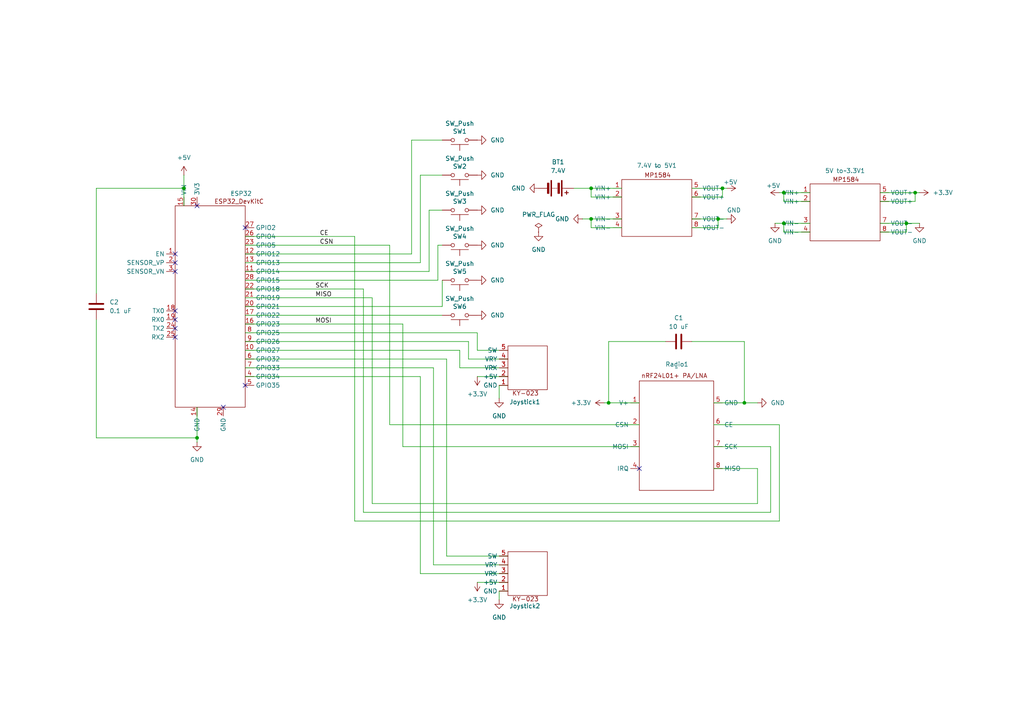
<source format=kicad_sch>
(kicad_sch (version 20250114) (generator "eeschema") (generator_version "9.0")
  (paper "A4")
  (lib_symbols
    (symbol "Device:Battery" (pin_numbers (hide yes)) (pin_names (offset 0) (hide yes))
      (property "Reference" "BT" (at 2.54 2.54 0))
      (property "Value" "Battery" (at 2.54 0 0))
      (symbol "Battery_0_1"
        (rectangle (start -2.286 1.778) (end 2.286 1.524) (fill (type outline)))
        (rectangle (start -2.286 -1.27) (end 2.286 -1.524) (fill (type outline)))
        (rectangle (start -1.524 1.016) (end 1.524 0.508) (fill (type outline)))
        (rectangle (start -1.524 -2.032) (end 1.524 -2.54) (fill (type outline)))
        (polyline (pts (xy 0 1.778) (xy 0 2.54)))
        (polyline (pts (xy 0 0) (xy 0 0.254)))
        (polyline (pts (xy 0 -0.508) (xy 0 -0.254)))
        (polyline (pts (xy 0 -1.016) (xy 0 -0.762)))
        (polyline (pts (xy 0.762 3.048) (xy 1.778 3.048)) (stroke (width 0.254)))
        (polyline (pts (xy 1.27 3.556) (xy 1.27 2.54)) (stroke (width 0.254)))
      )
      (symbol "Battery_1_1"
        (pin power_out line (at 0 5.08 270) (length 2.54) (name "+") (number "1"))
        (pin passive line (at 0 -5.08 90) (length 2.54) (name "-") (number "2"))
      )
    )
    (symbol "Device:C" (pin_numbers (hide yes)) (pin_names (offset 0.254))
      (property "Reference" "C" (at 0.635 2.54 0))
      (property "Value" "C" (at 0.635 -2.54 0))
      (symbol "C_0_1"
        (polyline (pts (xy -2.032 0.762) (xy 2.032 0.762)) (stroke (width 0.508)))
        (polyline (pts (xy -2.032 -0.762) (xy 2.032 -0.762)) (stroke (width 0.508)))
      )
      (symbol "C_1_1"
        (pin passive line (at 0 3.81 270) (length 2.794) (name "~") (number "1"))
        (pin passive line (at 0 -3.81 90) (length 2.794) (name "~") (number "2"))
      )
    )
    (symbol "RF_Controller:ESP32_DevKitC_30"
      (property "Reference" "U" (at -10.16 -1.778 0))
      (symbol "ESP32_DevKitC_30_0_1"
        (rectangle (start -8.89 -2.54) (end 11.43 -60.96))
      )
      (symbol "ESP32_DevKitC_30_1_1"
        (text "ESP32_DevKitC" (at 9.652 -1.27 0) (effects (font (size 1.27 1.27))))
        (pin input line (at -8.89 -16.51 180) (length 2.54) (name "EN") (number "1"))
        (pin input line (at -8.89 -19.05 180) (length 2.54) (name "SENSOR_VP") (number "2"))
        (pin input line (at -8.89 -21.59 180) (length 2.54) (name "SENSOR_VN") (number "3"))
        (pin bidirectional line (at -8.89 -33.02 180) (length 2.54) (name "TX0") (number "18"))
        (pin bidirectional line (at -8.89 -35.56 180) (length 2.54) (name "RX0") (number "19"))
        (pin bidirectional line (at -8.89 -38.1 180) (length 2.54) (name "TX2") (number "24"))
        (pin bidirectional line (at -8.89 -40.64 180) (length 2.54) (name "RX2") (number "25"))
        (pin power_in line (at -6.35 -2.54 90) (length 2.54) (name "VIN") (number "15"))
        (pin power_in line (at -2.54 -2.54 90) (length 2.54) (name "3V3") (number "30"))
        (pin power_in line (at -2.54 -60.96 270) (length 2.54) (name "GND") (number "14"))
        (pin power_in line (at 5.08 -60.96 270) (length 2.54) (name "GND") (number "29"))
        (pin bidirectional line (at 11.43 -8.89 0) (length 2.54) (name "GPIO2") (number "27"))
        (pin bidirectional line (at 11.43 -11.43 0) (length 2.54) (name "GPIO4") (number "26"))
        (pin bidirectional line (at 11.43 -13.97 0) (length 2.54) (name "GPIO5") (number "23"))
        (pin bidirectional line (at 11.43 -16.51 0) (length 2.54) (name "GPIO12") (number "12"))
        (pin bidirectional line (at 11.43 -19.05 0) (length 2.54) (name "GPIO13") (number "13"))
        (pin bidirectional line (at 11.43 -21.59 0) (length 2.54) (name "GPIO14") (number "11"))
        (pin bidirectional line (at 11.43 -24.13 0) (length 2.54) (name "GPIO15") (number "28"))
        (pin bidirectional line (at 11.43 -26.67 0) (length 2.54) (name "GPIO18") (number "22"))
        (pin bidirectional line (at 11.43 -29.21 0) (length 2.54) (name "GPIO19") (number "21"))
        (pin bidirectional line (at 11.43 -31.75 0) (length 2.54) (name "GPIO21") (number "20"))
        (pin bidirectional line (at 11.43 -34.29 0) (length 2.54) (name "GPIO22") (number "17"))
        (pin bidirectional line (at 11.43 -36.83 0) (length 2.54) (name "GPIO23") (number "16"))
        (pin bidirectional line (at 11.43 -39.37 0) (length 2.54) (name "GPIO25") (number "8"))
        (pin bidirectional line (at 11.43 -41.91 0) (length 2.54) (name "GPIO26") (number "9"))
        (pin bidirectional line (at 11.43 -44.45 0) (length 2.54) (name "GPIO27") (number "10"))
        (pin bidirectional line (at 11.43 -46.99 0) (length 2.54) (name "GPIO32") (number "6"))
        (pin bidirectional line (at 11.43 -49.53 0) (length 2.54) (name "GPIO33") (number "7"))
        (pin input line (at 11.43 -52.07 0) (length 2.54) (name "GPIO34") (number "4"))
        (pin input line (at 11.43 -54.61 0) (length 2.54) (name "GPIO35") (number "5"))
      )
    )
    (symbol "RF_Controller:KY-023_Module"
      (property "Reference" "U" (at 0 1.778 0))
      (symbol "KY-023_Module_0_1"
        (rectangle (start -6.35 -1.27) (end 5.08 -13.97))
      )
      (symbol "KY-023_Module_1_1"
        (text "KY-023" (at 0 -0.254 0) (effects (font (size 1.27 1.27))))
        (pin power_in line (at 5.08 -2.54 0) (length 2.54) (name "GND") (number "1"))
        (pin power_in line (at 5.08 -5.08 0) (length 2.54) (name "+5V") (number "2"))
        (pin output line (at 5.08 -7.62 0) (length 2.54) (name "VRX") (number "3"))
        (pin output line (at 5.08 -10.16 0) (length 2.54) (name "VRY") (number "4"))
        (pin output line (at 5.08 -12.7 0) (length 2.54) (name "SW") (number "5"))
      )
    )
    (symbol "RF_Controller:MP1584_Module"
      (property "Reference" "U" (at 0 2.032 0))
      (symbol "MP1584_Module_0_1"
        (rectangle (start -10.16 -1.27) (end 10.16 -17.78))
      )
      (symbol "MP1584_Module_1_1"
        (text "MP1584" (at 0.254 0 0) (effects (font (size 1.27 1.27))))
        (pin power_in line (at -10.16 -3.81 180) (length 2.54) (name "VIN+") (number "1"))
        (pin passive line (at -10.16 -6.35 180) (length 2.54) (name "VIN+") (number "2"))
        (pin power_in line (at -10.16 -12.7 180) (length 2.54) (name "VIN-") (number "3"))
        (pin passive line (at -10.16 -15.24 180) (length 2.54) (name "VIN-") (number "4"))
        (pin power_out line (at 10.16 -3.81 0) (length 2.54) (name "VOUT+") (number "5"))
        (pin passive line (at 10.16 -6.35 0) (length 2.54) (name "VOUT+") (number "6"))
        (pin passive line (at 10.16 -12.7 0) (length 2.54) (name "VOUT-") (number "7"))
        (pin passive line (at 10.16 -15.24 0) (length 2.54) (name "VOUT-") (number "8"))
      )
    )
    (symbol "RF_Controller:NRF24L01_PA_LNA"
      (property "Reference" "U" (at 0 2.794 0))
      (symbol "NRF24L01_PA_LNA_0_1"
        (rectangle (start -10.16 -1.27) (end 11.43 -33.02))
      )
      (symbol "NRF24L01_PA_LNA_1_1"
        (text "nRF24L01+ PA/LNA" (at 0 0.254 0) (effects (font (size 1.27 1.27))))
        (pin power_in line (at -10.16 -7.62 180) (length 2.54) (name "V+") (number "1"))
        (pin input line (at -10.16 -13.97 180) (length 2.54) (name "CSN") (number "2"))
        (pin input line (at -10.16 -20.32 180) (length 2.54) (name "MOSI") (number "3"))
        (pin output line (at -10.16 -26.67 180) (length 2.54) (name "IRQ") (number "4"))
        (pin power_in line (at 11.43 -7.62 0) (length 2.54) (name "GND") (number "5"))
        (pin input line (at 11.43 -13.97 0) (length 2.54) (name "CE") (number "6"))
        (pin input line (at 11.43 -20.32 0) (length 2.54) (name "SCK") (number "7"))
        (pin output line (at 11.43 -26.67 0) (length 2.54) (name "MISO") (number "8"))
      )
    )
    (symbol "Switch:SW_Push" (pin_numbers (hide yes)) (pin_names (offset 1.016) (hide yes))
      (property "Reference" "SW" (at 1.27 2.54 0))
      (property "Value" "SW_Push" (at 0 -1.524 0))
      (symbol "SW_Push_0_1"
        (circle (center -2.032 0) (radius 0.508))
        (polyline (pts (xy 0 1.27) (xy 0 3.048)))
        (circle (center 2.032 0) (radius 0.508))
        (polyline (pts (xy 2.54 1.27) (xy -2.54 1.27)))
        (pin passive line (at -5.08 0 0) (length 2.54) (name "1") (number "1"))
        (pin passive line (at 5.08 0 180) (length 2.54) (name "2") (number "2"))
      )
    )
    (symbol "power:+3.3V" (power) (pin_numbers (hide yes)) (pin_names (offset 0) (hide yes))
      (property "Value" "+3.3V" (at 0 3.556 0))
      (symbol "+3.3V_0_1"
        (polyline (pts (xy -0.762 1.27) (xy 0 2.54)))
        (polyline (pts (xy 0 2.54) (xy 0.762 1.27)))
        (polyline (pts (xy 0 0) (xy 0 2.54)))
      )
      (symbol "+3.3V_1_1"
        (pin power_in line (at 0 0 90) (length 0) (name "~") (number "1"))
      )
    )
    (symbol "power:+5V" (power) (pin_numbers (hide yes)) (pin_names (offset 0) (hide yes))
      (property "Value" "+5V" (at 0 3.556 0))
      (symbol "+5V_0_1"
        (polyline (pts (xy -0.762 1.27) (xy 0 2.54)))
        (polyline (pts (xy 0 2.54) (xy 0.762 1.27)))
        (polyline (pts (xy 0 0) (xy 0 2.54)))
      )
      (symbol "+5V_1_1"
        (pin power_in line (at 0 0 90) (length 0) (name "~") (number "1"))
      )
    )
    (symbol "power:GND" (power) (pin_numbers (hide yes)) (pin_names (offset 0) (hide yes))
      (property "Value" "GND" (at 0 -3.81 0))
      (symbol "GND_0_1"
        (polyline (pts (xy 0 0) (xy 0 -1.27) (xy 1.27 -1.27) (xy 0 -2.54) (xy -1.27 -1.27) (xy 0 -1.27)))
      )
      (symbol "GND_1_1"
        (pin power_in line (at 0 0 270) (length 0) (name "~") (number "1"))
      )
    )
    (symbol "power:PWR_FLAG" (power) (pin_numbers (hide yes)) (pin_names (offset 0) (hide yes))
      (property "Value" "PWR_FLAG" (at 0 3.81 0))
      (symbol "PWR_FLAG_0_0"
        (pin power_out line (at 0 0 90) (length 0) (name "~") (number "1"))
      )
      (symbol "PWR_FLAG_0_1"
        (polyline (pts (xy 0 0) (xy 0 1.27) (xy -1.016 1.905) (xy 0 2.54) (xy 1.016 1.905) (xy 0 1.27)))
      )
    )
  )
  (junction (at 171.45 63.5))
  (junction (at 209.55 54.61))
  (junction (at 215.9 116.84))
  (junction (at 53.34 54.61))
  (junction (at 176.53 116.84))
  (junction (at 171.45 54.61))
  (junction (at 208.28 63.5))
  (junction (at 262.89 64.77))
  (junction (at 57.15 127))
  (junction (at 227.33 55.88))
  (junction (at 227.33 64.77))
  (junction (at 265.43 55.88))
  (no_connect (at 50.8 73.66))
  (no_connect (at 50.8 97.79))
  (no_connect (at 71.12 111.76))
  (no_connect (at 50.8 92.71))
  (no_connect (at 50.8 90.17))
  (no_connect (at 71.12 66.04))
  (no_connect (at 57.15 59.69))
  (no_connect (at 64.77 118.11))
  (no_connect (at 50.8 78.74))
  (no_connect (at 185.42 135.89))
  (no_connect (at 50.8 95.25))
  (no_connect (at 50.8 76.2))
  (wire (pts (xy 265.43 55.88) (xy 265.43 58.42)))
  (wire (pts (xy 208.28 63.5) (xy 208.28 66.04)))
  (wire (pts (xy 71.12 81.28) (xy 127 81.28)))
  (wire (pts (xy 209.55 57.15) (xy 200.66 57.15)))
  (wire (pts (xy 102.87 151.13) (xy 226.06 151.13)))
  (wire (pts (xy 219.71 146.05) (xy 107.95 146.05)))
  (wire (pts (xy 57.15 118.11) (xy 57.15 127)))
  (wire (pts (xy 227.33 55.88) (xy 234.95 55.88)))
  (wire (pts (xy 53.34 50.8) (xy 53.34 54.61)))
  (wire (pts (xy 71.12 101.6) (xy 133.35 101.6)))
  (wire (pts (xy 144.78 171.45) (xy 144.78 173.99)))
  (wire (pts (xy 71.12 71.12) (xy 113.03 71.12)))
  (wire (pts (xy 127 81.28) (xy 127 71.12)))
  (wire (pts (xy 207.01 116.84) (xy 215.9 116.84)))
  (wire (pts (xy 209.55 54.61) (xy 209.55 57.15)))
  (wire (pts (xy 53.34 54.61) (xy 53.34 59.69)))
  (wire (pts (xy 121.92 76.2) (xy 121.92 50.8)))
  (wire (pts (xy 71.12 73.66) (xy 119.38 73.66)))
  (wire (pts (xy 171.45 54.61) (xy 171.45 57.15)))
  (wire (pts (xy 176.53 116.84) (xy 185.42 116.84)))
  (wire (pts (xy 265.43 55.88) (xy 266.7 55.88)))
  (wire (pts (xy 226.06 151.13) (xy 226.06 123.19)))
  (wire (pts (xy 175.26 116.84) (xy 176.53 116.84)))
  (wire (pts (xy 116.84 129.54) (xy 185.42 129.54)))
  (wire (pts (xy 227.33 55.88) (xy 227.33 58.42)))
  (wire (pts (xy 71.12 106.68) (xy 125.73 106.68)))
  (wire (pts (xy 227.33 64.77) (xy 227.33 67.31)))
  (wire (pts (xy 124.46 60.96) (xy 128.27 60.96)))
  (wire (pts (xy 171.45 57.15) (xy 180.34 57.15)))
  (wire (pts (xy 71.12 76.2) (xy 121.92 76.2)))
  (wire (pts (xy 27.94 85.09) (xy 27.94 54.61)))
  (wire (pts (xy 227.33 64.77) (xy 234.95 64.77)))
  (wire (pts (xy 227.33 58.42) (xy 234.95 58.42)))
  (wire (pts (xy 138.43 101.6) (xy 138.43 96.52)))
  (wire (pts (xy 147.32 104.14) (xy 135.89 104.14)))
  (wire (pts (xy 125.73 163.83) (xy 125.73 106.68)))
  (wire (pts (xy 224.79 64.77) (xy 227.33 64.77)))
  (wire (pts (xy 107.95 146.05) (xy 107.95 86.36)))
  (wire (pts (xy 121.92 166.37) (xy 147.32 166.37)))
  (wire (pts (xy 255.27 64.77) (xy 262.89 64.77)))
  (wire (pts (xy 119.38 40.64) (xy 128.27 40.64)))
  (wire (pts (xy 119.38 73.66) (xy 119.38 40.64)))
  (wire (pts (xy 71.12 99.06) (xy 135.89 99.06)))
  (wire (pts (xy 71.12 83.82) (xy 105.41 83.82)))
  (wire (pts (xy 207.01 123.19) (xy 226.06 123.19)))
  (wire (pts (xy 116.84 129.54) (xy 116.84 93.98)))
  (wire (pts (xy 171.45 63.5) (xy 180.34 63.5)))
  (wire (pts (xy 71.12 96.52) (xy 138.43 96.52)))
  (wire (pts (xy 113.03 123.19) (xy 185.42 123.19)))
  (wire (pts (xy 128.27 88.9) (xy 128.27 81.28)))
  (wire (pts (xy 147.32 171.45) (xy 144.78 171.45)))
  (wire (pts (xy 102.87 68.58) (xy 102.87 151.13)))
  (wire (pts (xy 147.32 111.76) (xy 144.78 111.76)))
  (wire (pts (xy 27.94 54.61) (xy 53.34 54.61)))
  (wire (pts (xy 208.28 66.04) (xy 200.66 66.04)))
  (wire (pts (xy 27.94 127) (xy 27.94 92.71)))
  (wire (pts (xy 168.91 63.5) (xy 171.45 63.5)))
  (wire (pts (xy 208.28 63.5) (xy 210.82 63.5)))
  (wire (pts (xy 147.32 163.83) (xy 125.73 163.83)))
  (wire (pts (xy 57.15 127) (xy 27.94 127)))
  (wire (pts (xy 129.54 161.29) (xy 129.54 104.14)))
  (wire (pts (xy 226.06 55.88) (xy 227.33 55.88)))
  (wire (pts (xy 57.15 127) (xy 57.15 128.27)))
  (wire (pts (xy 171.45 54.61) (xy 180.34 54.61)))
  (wire (pts (xy 133.35 106.68) (xy 133.35 101.6)))
  (wire (pts (xy 223.52 129.54) (xy 223.52 148.59)))
  (wire (pts (xy 71.12 88.9) (xy 128.27 88.9)))
  (wire (pts (xy 71.12 93.98) (xy 116.84 93.98)))
  (wire (pts (xy 147.32 101.6) (xy 138.43 101.6)))
  (wire (pts (xy 223.52 148.59) (xy 105.41 148.59)))
  (wire (pts (xy 71.12 109.22) (xy 121.92 109.22)))
  (wire (pts (xy 227.33 67.31) (xy 234.95 67.31)))
  (wire (pts (xy 135.89 104.14) (xy 135.89 99.06)))
  (wire (pts (xy 144.78 111.76) (xy 144.78 115.57)))
  (wire (pts (xy 138.43 109.22) (xy 147.32 109.22)))
  (wire (pts (xy 215.9 99.06) (xy 215.9 116.84)))
  (wire (pts (xy 219.71 135.89) (xy 219.71 146.05)))
  (wire (pts (xy 147.32 106.68) (xy 133.35 106.68)))
  (wire (pts (xy 121.92 109.22) (xy 121.92 166.37)))
  (wire (pts (xy 138.43 168.91) (xy 147.32 168.91)))
  (wire (pts (xy 265.43 58.42) (xy 255.27 58.42)))
  (wire (pts (xy 207.01 129.54) (xy 223.52 129.54)))
  (wire (pts (xy 127 71.12) (xy 128.27 71.12)))
  (wire (pts (xy 71.12 68.58) (xy 102.87 68.58)))
  (wire (pts (xy 71.12 91.44) (xy 128.27 91.44)))
  (wire (pts (xy 71.12 86.36) (xy 107.95 86.36)))
  (wire (pts (xy 105.41 148.59) (xy 105.41 83.82)))
  (wire (pts (xy 262.89 64.77) (xy 266.7 64.77)))
  (wire (pts (xy 200.66 99.06) (xy 215.9 99.06)))
  (wire (pts (xy 171.45 66.04) (xy 180.34 66.04)))
  (wire (pts (xy 215.9 116.84) (xy 219.71 116.84)))
  (wire (pts (xy 71.12 78.74) (xy 124.46 78.74)))
  (wire (pts (xy 209.55 54.61) (xy 210.82 54.61)))
  (wire (pts (xy 176.53 99.06) (xy 193.04 99.06)))
  (wire (pts (xy 200.66 63.5) (xy 208.28 63.5)))
  (wire (pts (xy 113.03 123.19) (xy 113.03 71.12)))
  (wire (pts (xy 262.89 64.77) (xy 262.89 67.31)))
  (wire (pts (xy 121.92 50.8) (xy 128.27 50.8)))
  (wire (pts (xy 262.89 67.31) (xy 255.27 67.31)))
  (wire (pts (xy 166.37 54.61) (xy 171.45 54.61)))
  (wire (pts (xy 176.53 116.84) (xy 176.53 99.06)))
  (wire (pts (xy 200.66 54.61) (xy 209.55 54.61)))
  (wire (pts (xy 147.32 161.29) (xy 129.54 161.29)))
  (wire (pts (xy 71.12 104.14) (xy 129.54 104.14)))
  (wire (pts (xy 171.45 63.5) (xy 171.45 66.04)))
  (wire (pts (xy 124.46 78.74) (xy 124.46 60.96)))
  (wire (pts (xy 255.27 55.88) (xy 265.43 55.88)))
  (wire (pts (xy 207.01 135.89) (xy 219.71 135.89)))
  (label "SCK" (at 91.44 83.82 0))
  (label "MOSI" (at 91.44 93.98 0))
  (label "CSN" (at 92.71 71.12 0))
  (label "CE" (at 92.71 68.58 0))
  (label "MISO" (at 91.44 86.36 0))
  (symbol (lib_id "power:GND") (at 144.78 115.57 0) (unit 1)
    (property "Reference" "#PWR010" (effects (hide yes)))
    (property "Value" "GND" (at 144.78 120.65 0))
    (property "Description" "Power symbol creates a global label with name \"GND\" , ground" (effects (hide yes)))
  )
  (symbol (lib_id "Device:C") (at 27.94 88.9 0) (unit 1)
    (property "Reference" "C2" (at 31.75 87.6299 0) (effects (justify left)))
    (property "Value" "0.1 uF" (at 31.75 90.1699 0) (effects (justify left)))
    (property "Footprint" "Capacitor_THT:C_Disc_D4.3mm_W1.9mm_P5.00mm" (effects (hide yes)))
    (property "Description" "Unpolarized capacitor" (effects (hide yes)))
  )
  (symbol (lib_id "RF_Controller:NRF24L01_PA_LNA") (at 195.58 109.22 0) (unit 1)
    (property "Reference" "Radio1" (at 196.342 105.664 0))
    (property "Value" "~" (at 196.215 106.68 0))
    (property "Footprint" "RF_Controller:NRF24L01_PA_LNA" (effects (hide yes)))
  )
  (symbol (lib_id "power:PWR_FLAG") (at 156.21 67.31 0) (unit 1)
    (property "Reference" "#FLG01" (effects (hide yes)))
    (property "Value" "PWR_FLAG" (at 156.21 62.23 0))
    (property "Description" "Special symbol for telling ERC where power comes from" (effects (hide yes)))
  )
  (symbol (lib_id "power:GND") (at 138.43 50.8 90) (unit 1)
    (property "Reference" "#PWR015" (effects (hide yes)))
    (property "Value" "GND" (at 142.24 50.8001 90) (effects (justify right)))
    (property "Description" "Power symbol creates a global label with name \"GND\" , ground" (effects (hide yes)))
  )
  (symbol (lib_id "power:+5V") (at 210.82 54.61 270) (unit 1)
    (property "Reference" "#PWR01" (effects (hide yes)))
    (property "Value" "+5V" (at 209.804 52.832 90) (effects (justify left)))
    (property "Description" "Power symbol creates a global label with name \"+5V\"" (effects (hide yes)))
  )
  (symbol (lib_id "Device:Battery") (at 161.29 54.61 270) (unit 1)
    (property "Reference" "BT1" (at 161.8615 46.99 90))
    (property "Value" "7.4V" (at 161.8615 49.53 90))
    (property "Footprint" "RF_Controller:Deans_Connector" (effects (hide yes)))
    (property "Description" "Multiple-cell battery" (effects (hide yes)))
  )
  (symbol (lib_id "power:GND") (at 266.7 64.77 0) (unit 1)
    (property "Reference" "#PWR02" (effects (hide yes)))
    (property "Value" "GND" (at 266.7 69.85 0))
    (property "Description" "Power symbol creates a global label with name \"GND\" , ground" (effects (hide yes)))
  )
  (symbol (lib_id "power:GND") (at 224.79 64.77 0) (unit 1)
    (property "Reference" "#PWR022" (effects (hide yes)))
    (property "Value" "GND" (at 224.79 69.85 0))
    (property "Description" "Power symbol creates a global label with name \"GND\" , ground" (effects (hide yes)))
  )
  (symbol (lib_id "power:GND") (at 57.15 128.27 0) (unit 1)
    (property "Reference" "#PWR04" (effects (hide yes)))
    (property "Value" "GND" (at 57.15 133.35 0))
    (property "Description" "Power symbol creates a global label with name \"GND\" , ground" (effects (hide yes)))
  )
  (symbol (lib_id "power:+3.3V") (at 175.26 116.84 90) (unit 1)
    (property "Reference" "#PWR017" (effects (hide yes)))
    (property "Value" "+3.3V" (at 171.45 116.8399 90) (effects (justify left)))
    (property "Description" "Power symbol creates a global label with name \"+3.3V\"" (effects (hide yes)))
  )
  (symbol (lib_id "power:+3.3V") (at 138.43 168.91 180) (unit 1)
    (property "Reference" "#PWR06" (effects (hide yes)))
    (property "Value" "+3.3V" (at 138.43 173.99 0))
    (property "Description" "Power symbol creates a global label with name \"+3.3V\"" (effects (hide yes)))
  )
  (symbol (lib_id "RF_Controller:MP1584_Module") (at 190.5 50.8 0) (unit 1)
    (property "Reference" "7.4V to 5V1" (at 190.5 48.006 0))
    (property "Value" "~" (at 190.5 48.26 0))
    (property "Footprint" "RF_Controller:MP1584_Module" (effects (hide yes)))
  )
  (symbol (lib_id "Switch:SW_Push") (at 133.35 40.64 180) (unit 1)
    (property "Reference" "SW1" (at 133.35 38.1 0))
    (property "Value" "SW_Push" (at 133.35 35.814 0))
    (property "Footprint" "Button_Switch_THT:SW_PUSH_6mm" (effects (hide yes)))
    (property "Description" "Push button switch, generic, two pins" (effects (hide yes)))
  )
  (symbol (lib_id "power:GND") (at 144.78 173.99 0) (unit 1)
    (property "Reference" "#PWR09" (effects (hide yes)))
    (property "Value" "GND" (at 144.78 179.07 0))
    (property "Description" "Power symbol creates a global label with name \"GND\" , ground" (effects (hide yes)))
  )
  (symbol (lib_id "power:GND") (at 138.43 71.12 90) (unit 1)
    (property "Reference" "#PWR019" (effects (hide yes)))
    (property "Value" "GND" (at 142.24 71.1201 90) (effects (justify right)))
    (property "Description" "Power symbol creates a global label with name \"GND\" , ground" (effects (hide yes)))
  )
  (symbol (lib_id "power:GND") (at 138.43 81.28 90) (unit 1)
    (property "Reference" "#PWR020" (effects (hide yes)))
    (property "Value" "GND" (at 142.24 81.2801 90) (effects (justify right)))
    (property "Description" "Power symbol creates a global label with name \"GND\" , ground" (effects (hide yes)))
  )
  (symbol (lib_id "Device:C") (at 196.85 99.06 90) (unit 1)
    (property "Reference" "C1" (at 196.85 92.202 90))
    (property "Value" "10 uF" (at 196.85 94.742 90))
    (property "Footprint" "Capacitor_THT:C_Disc_D4.3mm_W1.9mm_P5.00mm" (effects (hide yes)))
    (property "Description" "Unpolarized capacitor" (effects (hide yes)))
  )
  (symbol (lib_id "power:GND") (at 138.43 91.44 90) (unit 1)
    (property "Reference" "#PWR021" (effects (hide yes)))
    (property "Value" "GND" (at 142.24 91.4401 90) (effects (justify right)))
    (property "Description" "Power symbol creates a global label with name \"GND\" , ground" (effects (hide yes)))
  )
  (symbol (lib_id "power:+3.3V") (at 266.7 55.88 270) (unit 1)
    (property "Reference" "#PWR07" (effects (hide yes)))
    (property "Value" "+3.3V" (at 270.51 55.8799 90) (effects (justify left)))
    (property "Description" "Power symbol creates a global label with name \"+3.3V\"" (effects (hide yes)))
  )
  (symbol (lib_id "power:GND") (at 219.71 116.84 90) (unit 1)
    (property "Reference" "#PWR018" (effects (hide yes)))
    (property "Value" "GND" (at 223.52 116.8399 90) (effects (justify right)))
    (property "Description" "Power symbol creates a global label with name \"GND\" , ground" (effects (hide yes)))
  )
  (symbol (lib_id "power:GND") (at 156.21 67.31 0) (unit 1)
    (property "Reference" "#PWR023" (effects (hide yes)))
    (property "Value" "GND" (at 156.21 72.39 0))
    (property "Description" "Power symbol creates a global label with name \"GND\" , ground" (effects (hide yes)))
  )
  (symbol (lib_id "power:GND") (at 138.43 60.96 90) (unit 1)
    (property "Reference" "#PWR016" (effects (hide yes)))
    (property "Value" "GND" (at 142.24 60.9601 90) (effects (justify right)))
    (property "Description" "Power symbol creates a global label with name \"GND\" , ground" (effects (hide yes)))
  )
  (symbol (lib_id "power:+5V") (at 226.06 55.88 90) (unit 1)
    (property "Reference" "#PWR08" (effects (hide yes)))
    (property "Value" "+5V" (at 226.314 53.848 90) (effects (justify left)))
    (property "Description" "Power symbol creates a global label with name \"+5V\"" (effects (hide yes)))
  )
  (symbol (lib_id "RF_Controller:MP1584_Module") (at 245.11 52.07 0) (unit 1)
    (property "Reference" "5V to 3.3V1" (at 245.11 49.53 0))
    (property "Value" "~" (at 245.11 49.53 0))
    (property "Footprint" "RF_Controller:MP1584_Module" (effects (hide yes)))
  )
  (symbol (lib_id "Switch:SW_Push") (at 133.35 50.8 180) (unit 1)
    (property "Reference" "SW2" (at 133.35 48.26 0))
    (property "Value" "SW_Push" (at 133.35 45.974 0))
    (property "Footprint" "Button_Switch_THT:SW_PUSH_6mm" (effects (hide yes)))
    (property "Description" "Push button switch, generic, two pins" (effects (hide yes)))
  )
  (symbol (lib_id "power:GND") (at 210.82 63.5 90) (unit 1)
    (property "Reference" "#PWR013" (effects (hide yes)))
    (property "Value" "GND" (at 210.82 60.96 90) (effects (justify right)))
    (property "Description" "Power symbol creates a global label with name \"GND\" , ground" (effects (hide yes)))
  )
  (symbol (lib_id "Switch:SW_Push") (at 133.35 81.28 180) (unit 1)
    (property "Reference" "SW5" (at 133.35 78.74 0))
    (property "Value" "SW_Push" (at 133.35 76.454 0))
    (property "Footprint" "Button_Switch_THT:SW_PUSH_6mm" (effects (hide yes)))
    (property "Description" "Push button switch, generic, two pins" (effects (hide yes)))
  )
  (symbol (lib_id "RF_Controller:KY-023_Module") (at 152.4 173.99 180) (unit 1)
    (property "Reference" "Joystick2" (at 156.718 175.768 0) (effects (justify left)))
    (property "Value" "~" (at 143.51 166.1188 0) (effects (justify left)))
    (property "Footprint" "RF_Controller:KY-023_Module" (effects (hide yes)))
  )
  (symbol (lib_id "power:+3.3V") (at 138.43 109.22 180) (unit 1)
    (property "Reference" "#PWR05" (effects (hide yes)))
    (property "Value" "+3.3V" (at 138.43 114.3 0))
    (property "Description" "Power symbol creates a global label with name \"+3.3V\"" (effects (hide yes)))
  )
  (symbol (lib_id "power:+5V") (at 53.34 50.8 0) (unit 1)
    (property "Reference" "#PWR03" (effects (hide yes)))
    (property "Value" "+5V" (at 53.34 45.72 0))
    (property "Description" "Power symbol creates a global label with name \"+5V\"" (effects (hide yes)))
  )
  (symbol (lib_id "power:GND") (at 138.43 40.64 90) (unit 1)
    (property "Reference" "#PWR014" (effects (hide yes)))
    (property "Value" "GND" (at 142.24 40.6401 90) (effects (justify right)))
    (property "Description" "Power symbol creates a global label with name \"GND\" , ground" (effects (hide yes)))
  )
  (symbol (lib_id "RF_Controller:KY-023_Module") (at 152.4 114.3 180) (unit 1)
    (property "Reference" "Joystick1" (at 156.718 116.586 0) (effects (justify left)))
    (property "Value" "~" (at 143.51 106.4288 0) (effects (justify left)))
    (property "Footprint" "RF_Controller:KY-023_Module" (effects (hide yes)))
  )
  (symbol (lib_id "power:GND") (at 156.21 54.61 270) (unit 1)
    (property "Reference" "#PWR011" (effects (hide yes)))
    (property "Value" "GND" (at 152.4 54.6099 90) (effects (justify right)))
    (property "Description" "Power symbol creates a global label with name \"GND\" , ground" (effects (hide yes)))
  )
  (symbol (lib_id "Switch:SW_Push") (at 133.35 91.44 180) (unit 1)
    (property "Reference" "SW6" (at 133.35 88.9 0))
    (property "Value" "SW_Push" (at 133.35 86.614 0))
    (property "Footprint" "Button_Switch_THT:SW_PUSH_6mm" (effects (hide yes)))
    (property "Description" "Push button switch, generic, two pins" (effects (hide yes)))
  )
  (symbol (lib_id "RF_Controller:ESP32_DevKitC_30") (at 59.69 57.15 0) (unit 1)
    (property "Reference" "ESP32" (at 66.802 56.134 0) (effects (justify left)))
    (property "Value" "~" (at 66.9133 55.88 0) (effects (justify left)))
    (property "Footprint" "RF_Controller:ESP32_DevKitC_30" (effects (hide yes)))
  )
  (symbol (lib_id "Switch:SW_Push") (at 133.35 60.96 180) (unit 1)
    (property "Reference" "SW3" (at 133.35 58.42 0))
    (property "Value" "SW_Push" (at 133.35 56.134 0))
    (property "Footprint" "Button_Switch_THT:SW_PUSH_6mm" (effects (hide yes)))
    (property "Description" "Push button switch, generic, two pins" (effects (hide yes)))
  )
  (symbol (lib_id "power:GND") (at 168.91 63.5 270) (unit 1)
    (property "Reference" "#PWR012" (effects (hide yes)))
    (property "Value" "GND" (at 165.1 63.4999 90) (effects (justify right)))
    (property "Description" "Power symbol creates a global label with name \"GND\" , ground" (effects (hide yes)))
  )
  (symbol (lib_id "Switch:SW_Push") (at 133.35 71.12 180) (unit 1)
    (property "Reference" "SW4" (at 133.35 68.58 0))
    (property "Value" "SW_Push" (at 133.35 66.294 0))
    (property "Footprint" "Button_Switch_THT:SW_PUSH_6mm" (effects (hide yes)))
    (property "Description" "Push button switch, generic, two pins" (effects (hide yes)))
  )
)
</source>
